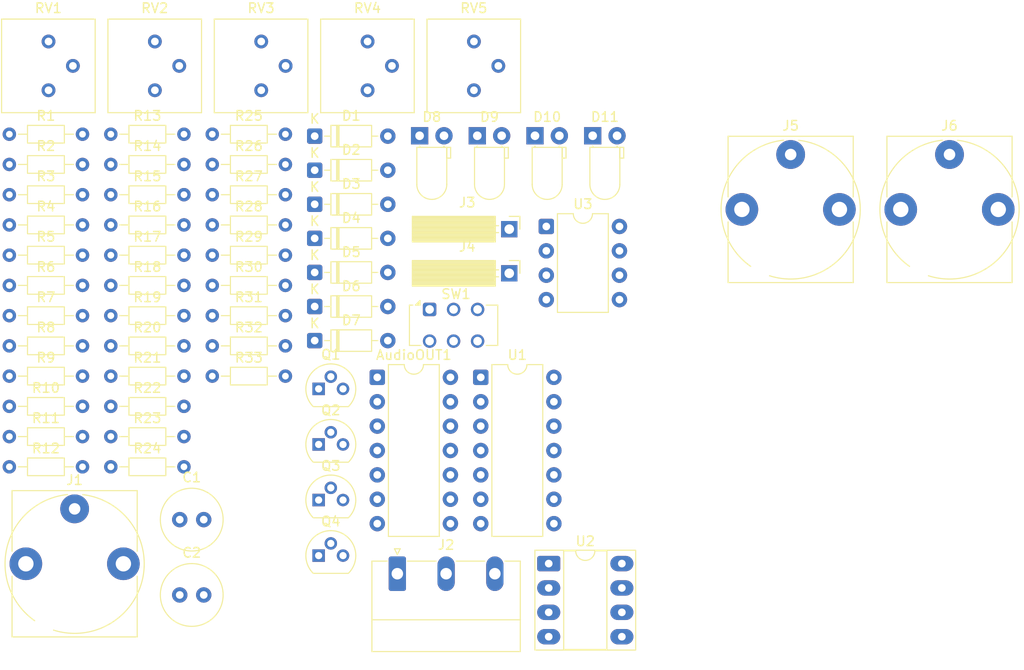
<source format=kicad_pcb>
(kicad_pcb (version 20241229) (generator "pcbnew") (generator_version "9.0")
  (layers (0 "F.Cu" signal) (2 "B.Cu" signal) (13 "F.Paste" user) (15 "B.Paste" user) (5 "F.SilkS" user "F.Silkscreen") (7 "B.SilkS" user "B.Silkscreen") (1 "F.Mask" user) (3 "B.Mask" user) (25 "Edge.Cuts" user))
  (net 0 "")
  (net 1 "GND")
  (net 2 "PDOUT")
  (net 3 "Net-(SW1A-B)")
  (net 4 "Net-(C2-Pad2)")
  (net 5 "Net-(D1-K)")
  (net 6 "Net-(D1-A)")
  (net 7 "Net-(D2-K)")
  (net 8 "Net-(D3-K)")
  (net 9 "Net-(D4-K)")
  (net 10 "Net-(D4-A)")
  (net 11 "Net-(D5-A)")
  (net 12 "Net-(D7-K)")
  (net 13 "Net-(D7-A)")
  (net 14 "Net-(D8-A)")
  (net 15 "Net-(D9-A)")
  (net 16 "Net-(D10-A)")
  (net 17 "Net-(D11-A)")
  (net 18 "Net-(J1-PadT)")
  (net 19 "+12")
  (net 20 "-12")
  (net 21 "Net-(J3-Pin_1)")
  (net 22 "Net-(J4-Pin_1)")
  (net 23 "Net-(Q1-B)")
  (net 24 "Net-(Q1-E)")
  (net 25 "Net-(Q2-B)")
  (net 26 "Net-(Q2-E)")
  (net 27 "Net-(Q3-B)")
  (net 28 "Net-(Q3-E)")
  (net 29 "Net-(Q4-B)")
  (net 30 "Net-(Q4-E)")
  (net 31 "Net-(R1-Pad2)")
  (net 32 "CVO+")
  (net 33 "Net-(U1B--)")
  (net 34 "CVO-")
  (net 35 "Net-(U1D--)")
  (net 36 "Net-(U1D-+)")
  (net 37 "CVOUT")
  (net 38 "Net-(U1C--)")
  (net 39 "Net-(R11-Pad2)")
  (net 40 "Net-(R12-Pad1)")
  (net 41 "Net-(R13-Pad1)")
  (net 42 "Net-(U2A--)")
  (net 43 "Net-(U2A-+)")
  (net 44 "Net-(R16-Pad2)")
  (net 45 "Net-(R17-Pad1)")
  (net 46 "Net-(R19-Pad2)")
  (net 47 "Net-(SW1A-C)")
  (net 48 "Net-(U3A-+)")
  (net 49 "Net-(U3A--)")
  (net 50 "Net-(U3B--)")
  (net 51 "Net-(R24-Pad2)")
  (net 52 "COMPOUT")
  (net 53 "Net-(J5-PadT)")
  (net 54 "Net-(J6-PadT)")
  (footprint "Capacitor_THT:C_Radial_D6.3mm_H5.0mm_P2.50mm" (layer "F.Cu") (at 31.99 77)
    (property "Reference" "C2" (at 1.25 -4.4 0) (layer "F.SilkS"))
    (property "Value" "10u")
    (pad "1" thru_hole circle (at 0 0) (size 1.6 1.6) (drill 0.8) (layers "*.Cu" "*.Mask") (net 3 "Net-(SW1A-B)"))
    (pad "2" thru_hole circle (at 2.5 0) (size 1.6 1.6) (drill 0.8) (layers "*.Cu" "*.Mask") (net 4 "Net-(C2-Pad2)"))
  )
  (footprint "Package_DIP:DIP-8_W7.62mm_Socket_LongPads" (layer "F.Cu") (at 70.43 73.73)
    (property "Reference" "U2" (at 3.81 -2.33 0) (layer "F.SilkS"))
    (property "Value" "TL072")
    (pad "1" thru_hole roundrect (at 0 0) (size 2.4 1.6) (drill 0.8) (layers "*.Cu" "*.Mask") (roundrect_rratio 0.15625) (net 44 "Net-(R16-Pad2)"))
    (pad "2" thru_hole oval (at 0 2.54) (size 2.4 1.6) (drill 0.8) (layers "*.Cu" "*.Mask") (net 42 "Net-(U2A--)"))
    (pad "3" thru_hole oval (at 0 5.08) (size 2.4 1.6) (drill 0.8) (layers "*.Cu" "*.Mask") (net 43 "Net-(U2A-+)"))
    (pad "4" thru_hole oval (at 0 7.62) (size 2.4 1.6) (drill 0.8) (layers "*.Cu" "*.Mask") (net 20 "-12"))
    (pad "5" thru_hole oval (at 7.62 7.62) (size 2.4 1.6) (drill 0.8) (layers "*.Cu" "*.Mask") (net 37 "CVOUT"))
    (pad "6" thru_hole oval (at 7.62 5.08) (size 2.4 1.6) (drill 0.8) (layers "*.Cu" "*.Mask") (net 12 "Net-(D7-K)"))
    (pad "7" thru_hole oval (at 7.62 2.54) (size 2.4 1.6) (drill 0.8) (layers "*.Cu" "*.Mask") (net 13 "Net-(D7-A)"))
    (pad "8" thru_hole oval (at 7.62 0) (size 2.4 1.6) (drill 0.8) (layers "*.Cu" "*.Mask") (net 19 "+12"))
  )
  (footprint "Resistor_THT:R_Axial_DIN0204_L3.6mm_D1.6mm_P7.62mm_Horizontal" (layer "F.Cu") (at 35.38 35.3)
    (property "Reference" "R27" (at 3.81 -1.92 0) (layer "F.SilkS"))
    (property "Value" "100")
    (pad "1" thru_hole circle (at 0 0) (size 1.4 1.4) (drill 0.7) (layers "*.Cu" "*.Mask") (net 29 "Net-(Q4-B)"))
    (pad "2" thru_hole circle (at 7.62 0) (size 1.4 1.4) (drill 0.7) (layers "*.Cu" "*.Mask") (net 27 "Net-(Q3-B)"))
  )
  (footprint "Resistor_THT:R_Axial_DIN0204_L3.6mm_D1.6mm_P7.62mm_Horizontal" (layer "F.Cu") (at 14.24 54.2)
    (property "Reference" "R9" (at 3.81 -1.92 0) (layer "F.SilkS"))
    (property "Value" "100K")
    (pad "1" thru_hole circle (at 0 0) (size 1.4 1.4) (drill 0.7) (layers "*.Cu" "*.Mask") (net 38 "Net-(U1C--)"))
    (pad "2" thru_hole circle (at 7.62 0) (size 1.4 1.4) (drill 0.7) (layers "*.Cu" "*.Mask") (net 37 "CVOUT"))
  )
  (footprint "Diode_THT:D_DO-35_SOD27_P7.62mm_Horizontal" (layer "F.Cu") (at 46.05 36.3)
    (property "Reference" "D3" (at 3.81 -2.12 0) (layer "F.SilkS"))
    (property "Value" "1N4148")
    (fp_text user "K" (at 0 -1.8 0) (layer "F.SilkS"))
    (pad "1" thru_hole roundrect (at 0 0) (size 1.6 1.6) (drill 0.8) (layers "*.Cu" "*.Mask") (roundrect_rratio 0.15625) (net 8 "Net-(D3-K)"))
    (pad "2" thru_hole circle (at 7.62 0) (size 1.6 1.6) (drill 0.8) (layers "*.Cu" "*.Mask") (net 7 "Net-(D2-K)"))
  )
  (footprint "Resistor_THT:R_Axial_DIN0204_L3.6mm_D1.6mm_P7.62mm_Horizontal" (layer "F.Cu") (at 24.81 38.45)
    (property "Reference" "R16" (at 3.81 -1.92 0) (layer "F.SilkS"))
    (property "Value" "100K")
    (pad "1" thru_hole circle (at 0 0) (size 1.4 1.4) (drill 0.7) (layers "*.Cu" "*.Mask") (net 42 "Net-(U2A--)"))
    (pad "2" thru_hole circle (at 7.62 0) (size 1.4 1.4) (drill 0.7) (layers "*.Cu" "*.Mask") (net 44 "Net-(R16-Pad2)"))
  )
  (footprint "Resistor_THT:R_Axial_DIN0204_L3.6mm_D1.6mm_P7.62mm_Horizontal" (layer "F.Cu") (at 24.81 54.2)
    (property "Reference" "R21" (at 3.81 -1.92 0) (layer "F.SilkS"))
    (property "Value" "100K")
    (pad "1" thru_hole circle (at 0 0) (size 1.4 1.4) (drill 0.7) (layers "*.Cu" "*.Mask") (net 1 "GND"))
    (pad "2" thru_hole circle (at 7.62 0) (size 1.4 1.4) (drill 0.7) (layers "*.Cu" "*.Mask") (net 49 "Net-(U3A--)"))
  )
  (footprint "Potentiometer_THT:Potentiometer_Bourns_3386P_Vertical" (layer "F.Cu") (at 40.48 24.42)
    (property "Reference" "RV3" (at -0.015 -8.555 0) (layer "F.SilkS"))
    (property "Value" "100K")
    (pad "1" thru_hole circle (at 0 0) (size 1.44 1.44) (drill 0.8) (layers "*.Cu" "*.Mask") (net 12 "Net-(D7-K)"))
    (pad "2" thru_hole circle (at 2.54 -2.54) (size 1.44 1.44) (drill 0.8) (layers "*.Cu" "*.Mask") (net 2 "PDOUT"))
    (pad "3" thru_hole circle (at 0 -5.08) (size 1.44 1.44) (drill 0.8) (layers "*.Cu" "*.Mask") (net 2 "PDOUT"))
  )
  (footprint "Resistor_THT:R_Axial_DIN0204_L3.6mm_D1.6mm_P7.62mm_Horizontal" (layer "F.Cu") (at 24.81 60.5)
    (property "Reference" "R23" (at 3.81 -1.92 0) (layer "F.SilkS"))
    (property "Value" "5K")
    (pad "1" thru_hole circle (at 0 0) (size 1.4 1.4) (drill 0.7) (layers "*.Cu" "*.Mask") (net 1 "GND"))
    (pad "2" thru_hole circle (at 7.62 0) (size 1.4 1.4) (drill 0.7) (layers "*.Cu" "*.Mask") (net 50 "Net-(U3B--)"))
  )
  (footprint "Diode_THT:D_DO-35_SOD27_P7.62mm_Horizontal" (layer "F.Cu") (at 46.05 46.95)
    (property "Reference" "D6" (at 3.81 -2.12 0) (layer "F.SilkS"))
    (property "Value" "1N4148")
    (fp_text user "K" (at 0 -1.8 0) (layer "F.SilkS"))
    (pad "1" thru_hole roundrect (at 0 0) (size 1.6 1.6) (drill 0.8) (layers "*.Cu" "*.Mask") (roundrect_rratio 0.15625) (net 11 "Net-(D5-A)"))
    (pad "2" thru_hole circle (at 7.62 0) (size 1.6 1.6) (drill 0.8) (layers "*.Cu" "*.Mask") (net 8 "Net-(D3-K)"))
  )
  (footprint "Package_DIP:DIP-14_W7.62mm" (layer "F.Cu") (at 63.35 54.33)
    (property "Reference" "U1" (at 3.81 -2.33 0) (layer "F.SilkS"))
    (property "Value" "TL074")
    (pad "1" thru_hole roundrect (at 0 0) (size 1.6 1.6) (drill 0.8) (layers "*.Cu" "*.Mask") (roundrect_rratio 0.15625) (net 32 "CVO+"))
    (pad "2" thru_hole circle (at 0 2.54) (size 1.6 1.6) (drill 0.8) (layers "*.Cu" "*.Mask") (net 32 "CVO+"))
    (pad "3" thru_hole circle (at 0 5.08) (size 1.6 1.6) (drill 0.8) (layers "*.Cu" "*.Mask") (net 52 "COMPOUT"))
    (pad "4" thru_hole circle (at 0 7.62) (size 1.6 1.6) (drill 0.8) (layers "*.Cu" "*.Mask") (net 19 "+12"))
    (pad "5" thru_hole circle (at 0 10.16) (size 1.6 1.6) (drill 0.8) (layers "*.Cu" "*.Mask") (net 1 "GND"))
    (pad "6" thru_hole circle (at 0 12.7) (size 1.6 1.6) (drill 0.8) (layers "*.Cu" "*.Mask") (net 33 "Net-(U1B--)"))
    (pad "7" thru_hole circle (at 0 15.24) (size 1.6 1.6) (drill 0.8) (layers "*.Cu" "*.Mask") (net 34 "CVO-"))
    (pad "8" thru_hole circle (at 7.62 15.24) (size 1.6 1.6) (drill 0.8) (layers "*.Cu" "*.Mask") (net 37 "CVOUT"))
    (pad "9" thru_hole circle (at 7.62 12.7) (size 1.6 1.6) (drill 0.8) (layers "*.Cu" "*.Mask") (net 38 "Net-(U1C--)"))
    (pad "10" thru_hole circle (at 7.62 10.16) (size 1.6 1.6) (drill 0.8) (layers "*.Cu" "*.Mask") (net 8 "Net-(D3-K)"))
    (pad "11" thru_hole circle (at 7.62 7.62) (size 1.6 1.6) (drill 0.8) (layers "*.Cu" "*.Mask") (net 20 "-12"))
    (pad "12" thru_hole circle (at 7.62 5.08) (size 1.6 1.6) (drill 0.8) (layers "*.Cu" "*.Mask") (net 36 "Net-(U1D-+)"))
    (pad "13" thru_hole circle (at 7.62 2.54) (size 1.6 1.6) (drill 0.8) (layers "*.Cu" "*.Mask") (net 35 "Net-(U1D--)"))
    (pad "14" thru_hole circle (at 7.62 0) (size 1.6 1.6) (drill 0.8) (layers "*.Cu" "*.Mask") (net 35 "Net-(U1D--)"))
  )
  (footprint "Resistor_THT:R_Axial_DIN0204_L3.6mm_D1.6mm_P7.62mm_Horizontal" (layer "F.Cu") (at 35.38 51.05)
    (property "Reference" "R32" (at 3.81 -1.92 0) (layer "F.SilkS"))
    (property "Value" "50K")
    (pad "1" thru_hole circle (at 0 0) (size 1.4 1.4) (drill 0.7) (layers "*.Cu" "*.Mask") (net 28 "Net-(Q3-E)"))
    (pad "2" thru_hole circle (at 7.62 0) (size 1.4 1.4) (drill 0.7) (layers "*.Cu" "*.Mask") (net 16 "Net-(D10-A)"))
  )
  (footprint "Resistor_THT:R_Axial_DIN0204_L3.6mm_D1.6mm_P7.62mm_Horizontal" (layer "F.Cu") (at 24.81 51.05)
    (property "Reference" "R20" (at 3.81 -1.92 0) (layer "F.SilkS"))
    (property "Value" "100K")
    (pad "1" thru_hole circle (at 0 0) (size 1.4 1.4) (drill 0.7) (layers "*.Cu" "*.Mask") (net 48 "Net-(U3A-+)"))
    (pad "2" thru_hole circle (at 7.62 0) (size 1.4 1.4) (drill 0.7) (layers "*.Cu" "*.Mask") (net 21 "Net-(J3-Pin_1)"))
  )
  (footprint "Resistor_THT:R_Axial_DIN0204_L3.6mm_D1.6mm_P7.62mm_Horizontal" (layer "F.Cu") (at 14.24 35.3)
    (property "Reference" "R3" (at 3.81 -1.92 0) (layer "F.SilkS"))
    (property "Value" "100K")
    (pad "1" thru_hole circle (at 0 0) (size 1.4 1.4) (drill 0.7) (layers "*.Cu" "*.Mask") (net 33 "Net-(U1B--)"))
    (pad "2" thru_hole circle (at 7.62 0) (size 1.4 1.4) (drill 0.7) (layers "*.Cu" "*.Mask") (net 34 "CVO-"))
  )
  (footprint "Resistor_THT:R_Axial_DIN0204_L3.6mm_D1.6mm_P7.62mm_Horizontal" (layer "F.Cu") (at 24.81 35.3)
    (property "Reference" "R15" (at 3.81 -1.92 0) (layer "F.SilkS"))
    (property "Value" "100K")
    (pad "1" thru_hole circle (at 0 0) (size 1.4 1.4) (drill 0.7) (layers "*.Cu" "*.Mask") (net 43 "Net-(U2A-+)"))
    (pad "2" thru_hole circle (at 7.62 0) (size 1.4 1.4) (drill 0.7) (layers "*.Cu" "*.Mask") (net 1 "GND"))
  )
  (footprint "Resistor_THT:R_Axial_DIN0204_L3.6mm_D1.6mm_P7.62mm_Horizontal" (layer "F.Cu") (at 14.24 57.35)
    (property "Reference" "R10" (at 3.81 -1.92 0) (layer "F.SilkS"))
    (property "Value" "10K")
    (pad "1" thru_hole circle (at 0 0) (size 1.4 1.4) (drill 0.7) (layers "*.Cu" "*.Mask") (net 1 "GND"))
    (pad "2" thru_hole circle (at 7.62 0) (size 1.4 1.4) (drill 0.7) (layers "*.Cu" "*.Mask") (net 38 "Net-(U1C--)"))
  )
  (footprint "LED_THT:LED_D3.0mm_Horizontal_O1.27mm_Z2.0mm" (layer "F.Cu") (at 75.01 29.16)
    (property "Reference" "D11" (at 1.27 -1.96 0) (layer "F.SilkS"))
    (property "Value" "LED")
    (pad "1" thru_hole rect (at 0 0) (size 1.8 1.8) (drill 0.9) (layers "*.Cu" "*.Mask") (net 1 "GND"))
    (pad "2" thru_hole circle (at 2.54 0) (size 1.8 1.8) (drill 0.9) (layers "*.Cu" "*.Mask") (net 17 "Net-(D11-A)"))
  )
  (footprint "LED_THT:LED_D3.0mm_Horizontal_O1.27mm_Z2.0mm" (layer "F.Cu") (at 56.98 29.16)
    (property "Reference" "D8" (at 1.27 -1.96 0) (layer "F.SilkS"))
    (property "Value" "LED")
    (pad "1" thru_hole rect (at 0 0) (size 1.8 1.8) (drill 0.9) (layers "*.Cu" "*.Mask") (net 1 "GND"))
    (pad "2" thru_hole circle (at 2.54 0) (size 1.8 1.8) (drill 0.9) (layers "*.Cu" "*.Mask") (net 14 "Net-(D8-A)"))
  )
  (footprint "Resistor_THT:R_Axial_DIN0204_L3.6mm_D1.6mm_P7.62mm_Horizontal" (layer "F.Cu") (at 14.24 51.05)
    (property "Reference" "R8" (at 3.81 -1.92 0) (layer "F.SilkS"))
    (property "Value" "10K")
    (pad "1" thru_hole circle (at 0 0) (size 1.4 1.4) (drill 0.7) (layers "*.Cu" "*.Mask") (net 1 "GND"))
    (pad "2" thru_hole circle (at 7.62 0) (size 1.4 1.4) (drill 0.7) (layers "*.Cu" "*.Mask") (net 36 "Net-(U1D-+)"))
  )
  (footprint "Resistor_THT:R_Axial_DIN0204_L3.6mm_D1.6mm_P7.62mm_Horizontal" (layer "F.Cu") (at 14.24 47.9)
    (property "Reference" "R7" (at 3.81 -1.92 0) (layer "F.SilkS"))
    (property "Value" "100K")
    (pad "1" thru_hole circle (at 0 0) (size 1.4 1.4) (drill 0.7) (layers "*.Cu" "*.Mask") (net 31 "Net-(R1-Pad2)"))
    (pad "2" thru_hole circle (at 7.62 0) (size 1.4 1.4) (drill 0.7) (layers "*.Cu" "*.Mask") (net 36 "Net-(U1D-+)"))
  )
  (footprint "Package_TO_SOT_THT:TO-92" (layer "F.Cu") (at 46.46 72.9)
    (property "Reference" "Q4" (at 1.27 -3.56 0) (layer "F.SilkS"))
    (property "Value" "Q_NPN_BCE")
    (pad "1" thru_hole rect (at 0 0) (size 1.3 1.3) (drill 0.75) (layers "*.Cu" "*.Mask") (net 29 "Net-(Q4-B)"))
    (pad "2" thru_hole circle (at 1.27 -1.27) (size 1.3 1.3) (drill 0.75) (layers "*.Cu" "*.Mask") (net 19 "+12"))
    (pad "3" thru_hole circle (at 2.54 0) (size 1.3 1.3) (drill 0.75) (layers "*.Cu" "*.Mask") (net 30 "Net-(Q4-E)"))
  )
  (footprint "Resistor_THT:R_Axial_DIN0204_L3.6mm_D1.6mm_P7.62mm_Horizontal" (layer "F.Cu") (at 35.38 44.75)
    (property "Reference" "R30" (at 3.81 -1.92 0) (layer "F.SilkS"))
    (property "Value" "50K")
    (pad "1" thru_hole circle (at 0 0) (size 1.4 1.4) (drill 0.7) (layers "*.Cu" "*.Mask") (net 24 "Net-(Q1-E)"))
    (pad "2" thru_hole circle (at 7.62 0) (size 1.4 1.4) (drill 0.7) (layers "*.Cu" "*.Mask") (net 14 "Net-(D8-A)"))
  )
  (footprint "Potentiometer_THT:Potentiometer_Bourns_3386P_Vertical" (layer "F.Cu") (at 29.4 24.42)
    (property "Reference" "RV2" (at -0.015 -8.555 0) (layer "F.SilkS"))
    (property "Value" "100K")
    (pad "1" thru_hole circle (at 0 0) (size 1.44 1.44) (drill 0.8) (layers "*.Cu" "*.Mask") (net 44 "Net-(R16-Pad2)"))
    (pad "2" thru_hole circle (at 2.54 -2.54) (size 1.44 1.44) (drill 0.8) (layers "*.Cu" "*.Mask") (net 52 "COMPOUT"))
    (pad "3" thru_hole circle (at 0 -5.08) (size 1.44 1.44) (drill 0.8) (layers "*.Cu" "*.Mask") (net 1 "GND"))
  )
  (footprint "Resistor_THT:R_Axial_DIN0204_L3.6mm_D1.6mm_P7.62mm_Horizontal" (layer "F.Cu") (at 24.81 41.6)
    (property "Reference" "R17" (at 3.81 -1.92 0) (layer "F.SilkS"))
    (property "Value" "5K")
    (pad "1" thru_hole circle (at 0 0) (size 1.4 1.4) (drill 0.7) (layers "*.Cu" "*.Mask") (net 45 "Net-(R17-Pad1)"))
    (pad "2" thru_hole circle (at 7.62 0) (size 1.4 1.4) (drill 0.7) (layers "*.Cu" "*.Mask") (net 2 "PDOUT"))
  )
  (footprint "Diode_THT:D_DO-35_SOD27_P7.62mm_Horizontal" (layer "F.Cu") (at 46.05 43.4)
    (property "Reference" "D5" (at 3.81 -2.12 0) (layer "F.SilkS"))
    (property "Value" "1N4148")
    (fp_text user "K" (at 0 -1.8 0) (layer "F.SilkS"))
    (pad "1" thru_hole roundrect (at 0 0) (size 1.6 1.6) (drill 0.8) (layers "*.Cu" "*.Mask") (roundrect_rratio 0.15625) (net 10 "Net-(D4-A)"))
    (pad "2" thru_hole circle (at 7.62 0) (size 1.6 1.6) (drill 0.8) (layers "*.Cu" "*.Mask") (net 11 "Net-(D5-A)"))
  )
  (footprint "Potentiometer_THT:Potentiometer_Bourns_3386P_Vertical" (layer "F.Cu") (at 51.56 24.42)
    (property "Reference" "RV4" (at -0.015 -8.555 0) (layer "F.SilkS"))
    (property "Value" "100K")
    (pad "1" thru_hole circle (at 0 0) (size 1.44 1.44) (drill 0.8) (layers "*.Cu" "*.Mask") (net 45 "Net-(R17-Pad1)"))
    (pad "2" thru_hole circle (at 2.54 -2.54) (size 1.44 1.44) (drill 0.8) (layers "*.Cu" "*.Mask") (net 1 "GND"))
    (pad "3" thru_hole circle (at 0 -5.08) (size 1.44 1.44) (drill 0.8) (layers "*.Cu" "*.Mask") (net 1 "GND"))
  )
  (footprint "Resistor_THT:R_Axial_DIN0204_L3.6mm_D1.6mm_P7.62mm_Horizontal" (layer "F.Cu") (at 14.24 41.6)
    (property "Reference" "R5" (at 3.81 -1.92 0) (layer "F.SilkS"))
    (property "Value" "100")
    (pad "1" thru_hole circle (at 0 0) (size 1.4 1.4) (drill 0.7) (layers "*.Cu" "*.Mask") (net 32 "CVO+"))
    (pad "2" thru_hole circle (at 7.62 0) (size 1.4 1.4) (drill 0.7) (layers "*.Cu" "*.Mask") (net 6 "Net-(D1-A)"))
  )
  (footprint "LED_THT:LED_D3.0mm_Horizontal_O1.27mm_Z2.0mm" (layer "F.Cu") (at 62.99 29.16)
    (property "Reference" "D9" (at 1.27 -1.96 0) (layer "F.SilkS"))
    (property "Value" "LED")
    (pad "1" thru_hole rect (at 0 0) (size 1.8 1.8) (drill 0.9) (layers "*.Cu" "*.Mask") (net 1 "GND"))
    (pad "2" thru_hole circle (at 2.54 0) (size 1.8 1.8) (drill 0.9) (layers "*.Cu" "*.Mask") (net 15 "Net-(D9-A)"))
  )
  (footprint "Connector_Audio:Jack_6.35mm_Neutrik_NJ3FD-V_Vertical" (layer "F.Cu") (at 112.185 31.115)
    (property "Reference" "J6" (at 0 -3 0) (layer "F.SilkS"))
    (property "Value" "AudioJack3")
    (pad "" np_thru_hole circle (at -3.18 12.07 180) (size 1.6 1.6) (drill 1.6) (layers "*.Cu" "*.Mask"))
    (pad "" np_thru_hole circle (at 3.81 1.91 180) (size 2.1 2.1) (drill 2.1) (layers "*.Cu" "*.Mask"))
    (pad "R" thru_hole circle (at 5.08 5.72 180) (size 3.4 3.4) (drill 1.6) (layers "*.Cu" "*.Mask") (net 1 "GND"))
    (pad "S" thru_hole circle (at -5.08 5.72 180) (size 3.4 3.4) (drill 1.6) (layers "*.Cu" "*.Mask") (net 1 "GND"))
    (pad "T" thru_hole circle (at 0 0 180) (size 3 3) (drill 1.2) (layers "*.Cu" "*.Mask") (net 54 "Net-(J6-PadT)"))
  )
  (footprint "Diode_THT:D_DO-35_SOD27_P7.62mm_Horizontal" (layer "F.Cu") (at 46.05 50.5)
    (property "Reference" "D7" (at 3.81 -2.12 0) (layer "F.SilkS"))
    (property "Value" "1N4148")
    (fp_text user "K" (at 0 -1.8 0) (layer "F.SilkS"))
    (pad "1" thru_hole roundrect (at 0 0) (size 1.6 1.6) (drill 0.8) (layers "*.Cu" "*.Mask") (roundrect_rratio 0.15625) (net 12 "Net-(D7-K)"))
    (pad "2" thru_hole circle (at 7.62 0) (size 1.6 1.6) (drill 0.8) (layers "*.Cu" "*.Mask") (net 13 "Net-(D7-A)"))
  )
  (footprint "Resistor_THT:R_Axial_DIN0204_L3.6mm_D1.6mm_P7.62mm_Horizontal" (layer "F.Cu") (at 24.81 63.65)
    (property "Reference" "R24" (at 3.81 -1.92 0) (layer "F.SilkS"))
    (property "Value" "50K")
    (pad "1" thru_hole circle (at 0 0) (size 1.4 1.4) (drill 0.7) (layers "*.Cu" "*.Mask") (net 50 "Net-(U3B--)"))
    (pad "2" thru_hole circle (at 7.62 0) (size 1.4 1.4) (drill 0.7) (layers "*.Cu" "*.Mask") (net 51 "Net-(R24-Pad2)"))
  )
  (footprint "Resistor_THT:R_Axial_DIN0204_L3.6mm_D1.6mm_P7.62mm_Horizontal" (layer "F.Cu") (at 14.24 32.15)
    (property "Reference" "R2" (at 3.81 -1.92 0) (layer "F.SilkS"))
    (property "Value" "100K")
    (pad "1" thru_hole circle (at 0 0) (size 1.4 1.4) (drill 0.7) (layers "*.Cu" "*.Mask") (net 32 "CVO+"))
    (pad "2" thru_hole circle (at 7.62 0) (size 1.4 1.4) (drill 0.7) (layers "*.Cu" "*.Mask") (net 33 "Net-(U1B--)"))
  )
  (footprint "Diode_THT:D_DO-35_SOD27_P7.62mm_Horizontal" (layer "F.Cu") (at 46.05 29.2)
    (property "Reference" "D1" (at 3.81 -2.12 0) (layer "F.SilkS"))
    (property "Value" "1N4148")
    (fp_text user "K" (at 0 -1.8 0) (layer "F.SilkS"))
    (pad "1" thru_hole roundrect (at 0 0) (size 1.6 1.6) (drill 0.8) (layers "*.Cu" "*.Mask") (roundrect_rratio 0.15625) (net 5 "Net-(D1-K)"))
    (pad "2" thru_hole circle (at 7.62 0) (size 1.6 1.6) (drill 0.8) (layers "*.Cu" "*.Mask") (net 6 "Net-(D1-A)"))
  )
  (footprint "Button_Switch_THT:SW_CK_JS202011CQN_DPDT_Straight" (layer "F.Cu") (at 58.02 47.255)
    (property "Reference" "SW1" (at 2.75 -1.6 0) (layer "F.SilkS"))
    (property "Value" "SW_DPDT_x2")
    (pad "1" thru_hole roundrect (at 0 0) (size 1.4 1.4) (drill 0.9) (layers "*.Cu" "*.Mask") (roundrect_rratio 0.1785714286) (net 37 "CVOUT"))
    (pad "2" thru_hole circle (at 2.5 0) (size 1.4 1.4) (drill 0.9) (layers "*.Cu" "*.Mask") (net 3 "Net-(SW1A-B)"))
    (pad "3" thru_hole circle (at 5 0) (size 1.4 1.4) (drill 0.9) (layers "*.Cu" "*.Mask") (net 47 "Net-(SW1A-C)"))
    (pad "4" thru_hole circle (at 5 3.3) (size 1.4 1.4) (drill 0.9) (layers "*.Cu" "*.Mask"))
    (pad "5" thru_hole circle (at 2.5 3.3) (size 1.4 1.4) (drill 0.9) (layers "*.Cu" "*.Mask"))
    (pad "6" thru_hole circle (at 0 3.3) (size 1.4 1.4) (drill 0.9) (layers "*.Cu" "*.Mask"))
  )
  (footprint "Potentiometer_THT:Potentiometer_Bourns_3386P_Vertical" (layer "F.Cu") (at 18.32 24.42)
    (property "Reference" "RV1" (at -0.015 -8.555 0) (layer "F.SilkS"))
    (property "Value" "100K")
    (pad "1" thru_hole circle (at 0 0) (size 1.44 1.44) (drill 0.8) (layers "*.Cu" "*.Mask") (net 40 "Net-(R12-Pad1)"))
    (pad "2" thru_hole circle (at 2.54 -2.54) (size 1.44 1.44) (drill 0.8) (layers "*.Cu" "*.Mask") (net 41 "Net-(R13-Pad1)"))
    (pad "3" thru_hole circle (at 0 -5.08) (size 1.44 1.44) (drill 0.8) (layers "*.Cu" "*.Mask") (net 39 "Net-(R11-Pad2)"))
  )
  (footprint "Diode_THT:D_DO-35_SOD27_P7.62mm_Horizontal" (layer "F.Cu") (at 46.05 39.85)
    (property "Reference" "D4" (at 3.81 -2.12 0) (layer "F.SilkS"))
    (property "Value" "1N4148")
    (fp_text user "K" (at 0 -1.8 0) (layer "F.SilkS"))
    (pad "1" thru_hole roundrect (at 0 0) (size 1.6 1.6) (drill 0.8) (layers "*.Cu" "*.Mask") (roundrect_rratio 0.15625) (net 9 "Net-(D4-K)"))
    (pad "2" thru_hole circle (at 7.62 0) (size 1.6 1.6) (drill 0.8) (layers "*.Cu" "*.Mask") (net 10 "Net-(D4-A)"))
  )
  (footprint "Resistor_THT:R_Axial_DIN0204_L3.6mm_D1.6mm_P7.62mm_Horizontal" (layer "F.Cu") (at 35.38 29)
    (property "Reference" "R25" (at 3.81 -1.92 0) (layer "F.SilkS"))
    (property "Value" "100")
    (pad "1" thru_hole circle (at 0 0) (size 1.4 1.4) (drill 0.7) (layers "*.Cu" "*.Mask") (net 25 "Net-(Q2-B)"))
    (pad "2" thru_hole circle (at 7.62 0) (size 1.4 1.4) (drill 0.7) (layers "*.Cu" "*.Mask") (net 23 "Net-(Q1-B)"))
  )
  (footprint "Connector_Audio:Jack_6.35mm_Neutrik_NJ3FD-V_Vertical" (layer "F.Cu") (at 21.04 68.03)
    (property "Reference" "J1" (at 0 -3 0) (layer "F.SilkS"))
    (property "Value" "AudioJack2_Ground")
    (pad "" np_thru_hole circle (at -3.18 12.07 180) (size 1.6 1.6) (drill 1.6) (layers "*.Cu" "*.Mask"))
    (pad "" np_thru_hole circle (at 3.81 1.91 180) (size 2.1 2.1) (drill 2.1) (layers "*.Cu" "*.Mask"))
    (pad "R" thru_hole circle (at 5.08 5.72 180) (size 3.4 3.4) (drill 1.6) (layers "*.Cu" "*.Mask"))
    (pad "S" thru_hole circle (at -5.08 5.72 180) (size 3.4 3.4) (drill 1.6) (layers "*.Cu" "*.Mask") (net 1 "GND"))
    (pad "T" thru_hole circle (at 0 0 180) (size 3 3) (drill 1.2) (layers "*.Cu" "*.Mask") (net 18 "Net-(J1-PadT)"))
  )
  (footprint "Resistor_THT:R_Axial_DIN0204_L3.6mm_D1.6mm_P7.62mm_Horizontal" (layer "F.Cu") (at 14.24 60.5)
    (property "Reference" "R11" (at 3.81 -1.92 0) (layer "F.SilkS"))
    (property "Value" "100K")
    (pad "1" thru_hole circle (at 0 0) (size 1.4 1.4) (drill 0.7) (layers "*.Cu" "*.Mask") (net 20 "-12"))
    (pad "2" thru_hole circle (at 7.62 0) (size 1.4 1.4) (drill 0.7) (layers "*.Cu" "*.Mask") (net 39 "Net-(R11-Pad2)"))
  )
  (footprint "Connector_PinSocket_2.54mm:PinSocket_1x01_P2.54mm_Horizontal" (layer "F.Cu") (at 66.32 43.49)
    (property "Reference" "J4" (at -4.38 -2.77 0) (layer "F.SilkS"))
    (property "Value" "PDOUT")
    (pad "1" thru_hole rect (at 0 0) (size 1.7 1.7) (drill 1) (layers "*.Cu" "*.Mask") (net 22 "Net-(J4-Pin_1)"))
  )
  (footprint "Resistor_THT:R_Axial_DIN0204_L3.6mm_D1.6mm_P7.62mm_Horizontal" (layer "F.Cu") (at 24.81 29)
    (property "Reference" "R13" (at 3.81 -1.92 0) (layer "F.SilkS"))
    (property "Value" "100K")
    (pad "1" thru_hole circle (at 0 0) (size 1.4 1.4) (drill 0.7) (layers "*.Cu" "*.Mask") (net 41 "Net-(R13-Pad1)"))
    (pad "2" thru_hole circle (at 7.62 0) (size 1.4 1.4) (drill 0.7) (layers "*.Cu" "*.Mask") (net 42 "Net-(U2A--)"))
  )
  (footprint "Connector_Audio:Jack_6.35mm_Neutrik_NJ3FD-V_Vertical" (layer "F.Cu") (at 95.635 31.115)
    (property "Reference" "J5" (at 0 -3 0) (layer "F.SilkS"))
    (property "Value" "AudioJack3")
    (pad "" np_thru_hole circle (at -3.18 12.07 180) (size 1.6 1.6) (drill 1.6) (layers "*.Cu" "*.Mask"))
    (pad "" np_thru_hole circle (at 3.81 1.91 180) (size 2.1 2.1) (drill 2.1) (layers "*.Cu" "*.Mask"))
    (pad "R" thru_hole circle (at 5.08 5.72 180) (size 3.4 3.4) (drill 1.6) (layers "*.Cu" "*.Mask") (net 1 "GND"))
    (pad "S" thru_hole circle (at -5.08 5.72 180) (size 3.4 3.4) (drill 1.6) (layers "*.Cu" "*.Mask") (net 1 "GND"))
    (pad "T" thru_hole circle (at 0 0 180) (size 3 3) (drill 1.2) (layers "*.Cu" "*.Mask") (net 53 "Net-(J5-PadT)"))
  )
  (footprint "Resistor_THT:R_Axial_DIN0204_L3.6mm_D1.6mm_P7.62mm_Horizontal" (layer "F.Cu") (at 35.38 41.6)
    (property "Reference" "R29" (at 3.81 -1.92 0) (layer "F.SilkS"))
    (property "Value" "100")
    (pad "1" thru_hole circle (at 0 0) (size 1.4 1.4) (drill 0.7) (layers "*.Cu" "*.Mask") (net 23 "Net-(Q1-B)"))
    (pad "2" thru_hole circle (at 7.62 0) (size 1.4 1.4) (drill 0.7) (layers "*.Cu" "*.Mask") (net 51 "Net-(R24-Pad2)"))
  )
  (footprint "Package_TO_SOT_THT:TO-92" (layer "F.Cu") (at 46.46 61.32)
    (property "Reference" "Q2" (at 1.27 -3.56 0) (layer "F.SilkS"))
    (property "Value" "Q_NPN_BCE")
    (pad "1" thru_hole rect (at 0 0) (size 1.3 1.3) (drill 0.75) (layers "*.Cu" "*.Mask") (net 25 "Net-(Q2-B)"))
    (pad "2" thru_hole circle (at 1.27 -1.27) (size 1.3 1.3) (drill 0.75) (layers "*.Cu" "*.Mask") (net 19 "+12"))
    (pad "3" thru_hole circle (at 2.54 0) (size 1.3 1.3) (drill 0.75) (layers "*.Cu" "*.Mask") (net 26 "Net-(Q2-E)"))
  )
  (footprint "Diode_THT:D_DO-35_SOD27_P7.62mm_Horizontal" (layer "F.Cu") (at 46.05 32.75)
    (property "Reference" "D2" (at 3.81 -2.12 0) (layer "F.SilkS"))
    (property "Value" "1N4148")
    (fp_text user "K" (at 0 -1.8 0) (layer "F.SilkS"))
    (pad "1" thru_hole roundrect (at 0 0) (size 1.6 1.6) (drill 0.8) (layers "*.Cu" "*.Mask") (roundrect_rratio 0.15625) (net 7 "Net-(D2-K)"))
    (pad "2" thru_hole circle (at 7.62 0) (size 1.6 1.6) (drill 0.8) (layers "*.Cu" "*.Mask") (net 5 "Net-(D1-K)"))
  )
  (footprint "Resistor_THT:R_Axial_DIN0204_L3.6mm_D1.6mm_P7.62mm_Horizontal" (layer "F.Cu") (at 24.81 57.35)
    (property "Reference" "R22" (at 3.81 -1.92 0) (layer "F.SilkS"))
    (property "Value" "100K")
    (pad "1" thru_hole circle (at 0 0) (size 1.4 1.4) (drill 0.7) (layers "*.Cu" "*.Mask") (net 1 "GND"))
    (pad "2" thru_hole circle (at 7.62 0) (size 1.4 1.4) (drill 0.7) (layers "*.Cu" "*.Mask") (net 4 "Net-(C2-Pad2)"))
  )
  (footprint "Connector_Phoenix_MC_HighVoltage:PhoenixContact_MC_1,5_3-G-5.08_1x03_P5.08mm_Horizontal" (layer "F.Cu") (at 54.66 74.785)
    (property "Reference" "J2" (at 5.08 -3 0) (layer "F.SilkS"))
    (property "Value" "Conn_01x03_Pin")
    (pad "1" thru_hole roundrect (at 0 0) (size 1.8 3.6) (drill 1.2) (layers "*.Cu" "*.Mask") (roundrect_rratio 0.138889) (net 19 "+12"))
    (pad "2" thru_hole oval (at 5.08 0) (size 1.8 3.6) (drill 1.2) (layers "*.Cu" "*.Mask") (net 1 "GND"))
    (pad "3" thru_hole oval (at 10.16 0) (size 1.8 3.6) (drill 1.2) (layers "*.Cu" "*.Mask") (net 20 "-12"))
  )
  (footprint "Connector_PinSocket_2.54mm:PinSocket_1x01_P2.54mm_Horizontal" (layer "F.Cu") (at 66.32 38.89)
    (property "Reference" "J3" (at -4.38 -2.77 0) (layer "F.SilkS"))
    (property "Value" "CVOUT")
    (pad "1" thru_hole rect (at 0 0) (size 1.7 1.7) (drill 1) (layers "*.Cu" "*.Mask") (net 21 "Net-(J3-Pin_1)"))
  )
  (footprint "Resistor_THT:R_Axial_DIN0204_L3.6mm_D1.6mm_P7.62mm_Horizontal" (layer "F.Cu") (at 14.24 63.65)
    (property "Reference" "R12" (at 3.81 -1.92 0) (layer "F.SilkS"))
    (property "Value" "50K")
    (pad "1" thru_hole circle (at 0 0) (size 1.4 1.4) (drill 0.7) (layers "*.Cu" "*.Mask") (net 40 "Net-(R12-Pad1)"))
    (pad "2" thru_hole circle (at 7.62 0) (size 1.4 1.4) (drill 0.7) (layers "*.Cu" "*.Mask") (net 19 "+12"))
  )
  (footprint "Resistor_THT:R_Axial_DIN0204_L3.6mm_D1.6mm_P7.62mm_Horizontal" (layer "F.Cu") (at 35.38 54.2)
    (property "Reference" "R33" (at 3.81 -1.92 0) (layer "F.SilkS"))
    (property "Value" "50K")
    (pad "1" thru_hole circle (at 0 0) (size 1.4 1.4) (drill 0.7) (layers "*.Cu" "*.Mask") (net 30 "Net-(Q4-E)"))
    (pad "2" thru_hole circle (at 7.62 0) (size 1.4 1.4) (drill 0.7) (layers "*.Cu" "*.Mask") (net 17 "Net-(D11-A)"))
  )
  (footprint "Resistor_THT:R_Axial_DIN0204_L3.6mm_D1.6mm_P7.62mm_Horizontal" (layer "F.Cu") (at 14.24 29)
    (property "Reference" "R1" (at 3.81 -1.92 0) (layer "F.SilkS"))
    (property "Value" "1K")
    (pad "1" thru_hole circle (at 0 0) (size 1.4 1.4) (drill 0.7) (layers "*.Cu" "*.Mask") (net 54 "Net-(J6-PadT)"))
    (pad "2" thru_hole circle (at 7.62 0) (size 1.4 1.4) (drill 0.7) (layers "*.Cu" "*.Mask") (net 31 "Net-(R1-Pad2)"))
  )
  (footprint "Package_DIP:DIP-14_W7.62mm" (layer "F.Cu") (at 52.57 54.33)
    (property "Reference" "AudioOUT1" (at 3.81 -2.33 0) (layer "F.SilkS"))
    (property "Value" "AudioJack2_Ground")
    (pad "1" thru_hole roundrect (at 0 0) (size 1.6 1.6) (drill 0.8) (layers "*.Cu" "*.Mask") (roundrect_rratio 0.15625))
    (pad "2" thru_hole circle (at 0 2.54) (size 1.6 1.6) (drill 0.8) (layers "*.Cu" "*.Mask"))
    (pad "3" thru_hole circle (at 0 5.08) (size 1.6 1.6) (drill 0.8) (layers "*.Cu" "*.Mask"))
    (pad "4" thru_hole circle (at 0 7.62) (size 1.6 1.6) (drill 0.8) (layers "*.Cu" "*.Mask"))
    (pad "5" thru_hole circle (at 0 10.16) (size 1.6 1.6) (drill 0.8) (layers "*.Cu" "*.Mask"))
    (pad "6" thru_hole circle (at 0 12.7) (size 1.6 1.6) (drill 0.8) (layers "*.Cu" "*.Mask"))
    (pad "7" thru_hole circle (at 0 15.24) (size 1.6 1.6) (drill 0.8) (layers "*.Cu" "*.Mask"))
    (pad "8" thru_hole circle (at 7.62 15.24) (size 1.6 1.6) (drill 0.8) (layers "*.Cu" "*.Mask"))
    (pad "9" thru_hole circle (at 7.62 12.7) (size 1.6 1.6) (drill 0.8) (layers "*.Cu" "*.Mask"))
    (pad "10" thru_hole circle (at 7.62 10.16) (size 1.6 1.6) (drill 0.8) (layers "*.Cu" "*.Mask"))
    (pad "11" thru_hole circle (at 7.62 7.62) (size 1.6 1.6) (drill 0.8) (layers "*.Cu" "*.Mask"))
    (pad "12" thru_hole circle (at 7.62 5.08) (size 1.6 1.6) (drill 0.8) (layers "*.Cu" "*.Mask"))
    (pad "13" thru_hole circle (at 7.62 2.54) (size 1.6 1.6) (drill 0.8) (layers "*.Cu" "*.Mask"))
    (pad "14" thru_hole circle (at 7.62 0) (size 1.6 1.6) (drill 0.8) (layers "*.Cu" "*.Mask"))
  )
  (footprint "Package_DIP:DIP-8_W7.62mm" (layer "F.Cu") (at 70.18 38.61)
    (property "Reference" "U3" (at 3.81 -2.33 0) (layer "F.SilkS"))
    (property "Value" "TL072")
    (pad "1" thru_hole roundrect (at 0 0) (size 1.6 1.6) (drill 0.8) (layers "*.Cu" "*.Mask") (roundrect_rratio 0.15625) (net 46 "Net-(R19-Pad2)"))
    (pad "2" thru_hole circle (at 0 2.54) (size 1.6 1.6) (drill 0.8) (layers "*.Cu" "*.Mask") (net 49 "Net-(U3A--)"))
    (pad "3" thru_hole circle (at 0 5.08) (size 1.6 1.6) (drill 0.8) (layers "*.Cu" "*.Mask") (net 48 "Net-(U3A-+)"))
    (pad "4" thru_hole circle (at 0 7.62) (size 1.6 1.6) (drill 0.8) (layers "*.Cu" "*.Mask") (net 20 "-12"))
    (pad "5" thru_hole circle (at 7.62 7.62) (size 1.6 1.6) (drill 0.8) (layers "*.Cu" "*.Mask") (net 22 "Net-(J4-Pin_1)"))
    (pad "6" thru_hole circle (at 7.62 5.08) (size 1.6 1.6) (drill 0.8) (layers "*.Cu" "*.Mask") (net 50 "Net-(U3B--)"))
    (pad "7" thru_hole circle (at 7.62 2.54) (size 1.6 1.6) (drill 0.8) (layers "*.Cu" "*.Mask") (net 51 "Net-(R24-Pad2)"))
    (pad "8" thru_hole circle (at 7.62 0) (size 1.6 1.6) (drill 0.8) (layers "*.Cu" "*.Mask") (net 19 "+12"))
  )
  (footprint "Resistor_THT:R_Axial_DIN0204_L3.6mm_D1.6mm_P7.62mm_Horizontal" (layer "F.Cu") (at 24.81 47.9)
    (property "Reference" "R19" (at 3.81 -1.92 0) (layer "F.SilkS"))
    (property "Value" "100K")
    (pad "1" thru_hole circle (at 0 0) (size 1.4 1.4) (drill 0.7) (layers "*.Cu" "*.Mask") (net 47 "Net-(SW1A-C)"))
    (pad "2" thru_hole circle (at 7.62 0) (size 1.4 1.4) (drill 0.7) (layers "*.Cu" "*.Mask") (net 46 "Net-(R19-Pad2)"))
  )
  (footprint "Resistor_THT:R_Axial_DIN0204_L3.6mm_D1.6mm_P7.62mm_Horizontal" (layer "F.Cu") (at 35.38 32.15)
    (property "Reference" "R26" (at 3.81 -1.92 0) (layer "F.SilkS"))
    (property "Value" "100")
    (pad "1" thru_hole circle (at 0 0) (size 1.4 1.4) (drill 0.7) (layers "*.Cu" "*.Mask") (net 27 "Net-(Q3-B)"))
    (pad "2" thru_hole circle (at 7.62 0) (size 1.4 1.4) (drill 0.7) (layers "*.Cu" "*.Mask") (net 25 "Net-(Q2-B)"))
  )
  (footprint "Capacitor_THT:C_Radial_D6.3mm_H5.0mm_P2.50mm" (layer "F.Cu") (at 31.99 69.15)
    (property "Reference" "C1" (at 1.25 -4.4 0) (layer "F.SilkS"))
    (property "Value" "10u")
    (pad "1" thru_hole circle (at 0 0) (size 1.6 1.6) (drill 0.8) (layers "*.Cu" "*.Mask") (net 2 "PDOUT"))
    (pad "2" thru_hole circle (at 2.5 0) (size 1.6 1.6) (drill 0.8) (layers "*.Cu" "*.Mask") (net 1 "GND"))
  )
  (footprint "Package_TO_SOT_THT:TO-92" (layer "F.Cu") (at 46.46 55.53)
    (property "Reference" "Q1" (at 1.27 -3.56 0) (layer "F.SilkS"))
    (property "Value" "Q_NPN_BCE")
    (pad "1" thru_hole rect (at 0 0) (size 1.3 1.3) (drill 0.75) (layers "*.Cu" "*.Mask") (net 23 "Net-(Q1-B)"))
    (pad "2" thru_hole circle (at 1.27 -1.27) (size 1.3 1.3) (drill 0.75) (layers "*.Cu" "*.Mask") (net 19 "+12"))
    (pad "3" thru_hole circle (at 2.54 0) (size 1.3 1.3) (drill 0.75) (layers "*.Cu" "*.Mask") (net 24 "Net-(Q1-E)"))
  )
  (footprint "Potentiometer_THT:Potentiometer_Bourns_3386P_Vertical" (layer "F.Cu") (at 62.64 24.42)
    (property "Reference" "RV5" (at -0.015 -8.555 0) (layer "F.SilkS"))
    (property "Value" "100K")
    (pad "1" thru_hole circle (at 0 0) (size 1.44 1.44) (drill 0.8) (layers "*.Cu" "*.Mask") (net 49 "Net-(U3A--)"))
    (pad "2" thru_hole circle (at 2.54 -2.54) (size 1.44 1.44) (drill 0.8) (layers "*.Cu" "*.Mask") (net 46 "Net-(R19-Pad2)"))
    (pad "3" thru_hole circle (at 0 -5.08) (size 1.44 1.44) (drill 0.8) (layers "*.Cu" "*.Mask") (net 46 "Net-(R19-Pad2)"))
  )
  (footprint "Resistor_THT:R_Axial_DIN0204_L3.6mm_D1.6mm_P7.62mm_Horizontal" (layer "F.Cu") (at 35.38 38.45)
    (property "Reference" "R28" (at 3.81 -1.92 0) (layer "F.SilkS"))
    (property "Value" "400")
    (pad "1" thru_hole circle (at 0 0) (size 1.4 1.4) (drill 0.7) (layers "*.Cu" "*.Mask") (net 1 "GND"))
    (pad "2" thru_hole circle (at 7.62 0) (size 1.4 1.4) (drill 0.7) (layers "*.Cu" "*.Mask") (net 29 "Net-(Q4-B)"))
  )
  (footprint "LED_THT:LED_D3.0mm_Horizontal_O1.27mm_Z2.0mm" (layer "F.Cu") (at 69 29.16)
    (property "Reference" "D10" (at 1.27 -1.96 0) (layer "F.SilkS"))
    (property "Value" "LED")
    (pad "1" thru_hole rect (at 0 0) (size 1.8 1.8) (drill 0.9) (layers "*.Cu" "*.Mask") (net 1 "GND"))
    (pad "2" thru_hole circle (at 2.54 0) (size 1.8 1.8) (drill 0.9) (layers "*.Cu" "*.Mask") (net 16 "Net-(D10-A)"))
  )
  (footprint "Resistor_THT:R_Axial_DIN0204_L3.6mm_D1.6mm_P7.62mm_Horizontal" (layer "F.Cu") (at 14.24 38.45)
    (property "Reference" "R4" (at 3.81 -1.92 0) (layer "F.SilkS"))
    (property "Value" "1K")
    (pad "1" thru_hole circle (at 0 0) (size 1.4 1.4) (drill 0.7) (layers "*.Cu" "*.Mask") (net 35 "Net-(U1D--)"))
    (pad "2" thru_hole circle (at 7.62 0) (size 1.4 1.4) (drill 0.7) (layers "*.Cu" "*.Mask") (net 8 "Net-(D3-K)"))
  )
  (footprint "Resistor_THT:R_Axial_DIN0204_L3.6mm_D1.6mm_P7.62mm_Horizontal" (layer "F.Cu") (at 35.38 47.9)
    (property "Reference" "R31" (at 3.81 -1.92 0) (layer "F.SilkS"))
    (property "Value" "50K")
    (pad "1" thru_hole circle (at 0 0) (size 1.4 1.4) (drill 0.7) (layers "*.Cu" "*.Mask") (net 26 "Net-(Q2-E)"))
    (pad "2" thru_hole circle (at 7.62 0) (size 1.4 1.4) (drill 0.7) (layers "*.Cu" "*.Mask") (net 15 "Net-(D9-A)"))
  )
  (footprint "Package_TO_SOT_THT:TO-92" (layer "F.Cu") (at 46.46 67.11)
    (property "Reference" "Q3" (at 1.27 -3.56 0) (layer "F.SilkS"))
    (property "Value" "Q_NPN_BCE")
    (pad "1" thru_hole rect (at 0 0) (size 1.3 1.3) (drill 0.75) (layers "*.Cu" "*.Mask") (net 27 "Net-(Q3-B)"))
    (pad "2" thru_hole circle (at 1.27 -1.27) (size 1.3 1.3) (drill 0.75) (layers "*.Cu" "*.Mask") (net 19 "+12"))
    (pad "3" thru_hole circle (at 2.54 0) (size 1.3 1.3) (drill 0.75) (layers "*.Cu" "*.Mask") (net 28 "Net-(Q3-E)"))
  )
  (footprint "Resistor_THT:R_Axial_DIN0204_L3.6mm_D1.6mm_P7.62mm_Horizontal" (layer "F.Cu") (at 14.24 44.75)
    (property "Reference" "R6" (at 3.81 -1.92 0) (layer "F.SilkS"))
    (property "Value" "100")
    (pad "1" thru_hole circle (at 0 0) (size 1.4 1.4) (drill 0.7) (layers "*.Cu" "*.Mask") (net 34 "CVO-"))
    (pad "2" thru_hole circle (at 7.62 0) (size 1.4 1.4) (drill 0.7) (layers "*.Cu" "*.Mask") (net 9 "Net-(D4-K)"))
  )
  (footprint "Resistor_THT:R_Axial_DIN0204_L3.6mm_D1.6mm_P7.62mm_Horizontal" (layer "F.Cu") (at 24.81 32.15)
    (property "Reference" "R14" (at 3.81 -1.92 0) (layer "F.SilkS"))
    (property "Value" "100K")
    (pad "1" thru_hole circle (at 0 0) (size 1.4 1.4) (drill 0.7) (layers "*.Cu" "*.Mask") (net 2 "PDOUT"))
    (pad "2" thru_hole circle (at 7.62 0) (size 1.4 1.4) (drill 0.7) (layers "*.Cu" "*.Mask") (net 43 "Net-(U2A-+)"))
  )
  (footprint "Resistor_THT:R_Axial_DIN0204_L3.6mm_D1.6mm_P7.62mm_Horizontal" (layer "F.Cu") (at 24.81 44.75)
    (property "Reference" "R18" (at 3.81 -1.92 0) (layer "F.SilkS"))
    (property "Value" "1K")
    (pad "1" thru_hole circle (at 0 0) (size 1.4 1.4) (drill 0.7) (layers "*.Cu" "*.Mask") (net 4 "Net-(C2-Pad2)"))
    (pad "2" thru_hole circle (at 7.62 0) (size 1.4 1.4) (drill 0.7) (layers "*.Cu" "*.Mask") (net 53 "Net-(J5-PadT)"))
  )
)
</source>
